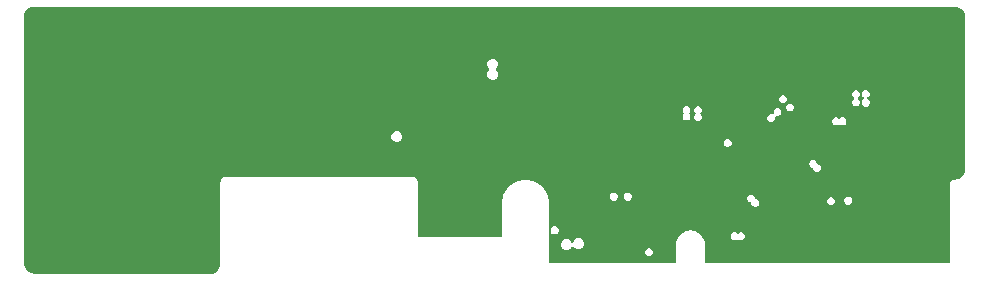
<source format=gbr>
G04*
G04 #@! TF.GenerationSoftware,Altium Limited,Altium Designer,24.2.2 (26)*
G04*
G04 Layer_Physical_Order=2*
G04 Layer_Color=36540*
%FSLAX25Y25*%
%MOIN*%
G70*
G04*
G04 #@! TF.SameCoordinates,DA759692-2FDC-47FD-B5D7-4F029464E4A9*
G04*
G04*
G04 #@! TF.FilePolarity,Positive*
G04*
G01*
G75*
%ADD55C,0.25000*%
%ADD56C,0.01600*%
G36*
X284498Y-306715D02*
X285115Y-306957D01*
X285672Y-307314D01*
X286149Y-307774D01*
X286526Y-308318D01*
X286791Y-308925D01*
X286932Y-309572D01*
X286938Y-309891D01*
X286938Y-360509D01*
X286938Y-360881D01*
X286793Y-361611D01*
X286508Y-362298D01*
X286095Y-362917D01*
X285569Y-363443D01*
X284950Y-363856D01*
X284263Y-364141D01*
X283533Y-364286D01*
X283161Y-364286D01*
X282693Y-364379D01*
X282296Y-364644D01*
X282296Y-364644D01*
X282031Y-365041D01*
X281938Y-365510D01*
X281938Y-391839D01*
X200222D01*
X200222Y-385874D01*
X200214Y-385834D01*
X200219Y-385794D01*
X200189Y-385332D01*
X200158Y-385215D01*
X200150Y-385095D01*
X199911Y-384202D01*
X199840Y-384059D01*
X199788Y-383907D01*
X199326Y-383107D01*
X199221Y-382987D01*
X199132Y-382854D01*
X198478Y-382200D01*
X198345Y-382111D01*
X198225Y-382006D01*
X197425Y-381544D01*
X197273Y-381492D01*
X197130Y-381421D01*
X196237Y-381182D01*
X196077Y-381172D01*
X195920Y-381140D01*
X194996D01*
X194839Y-381172D01*
X194679Y-381182D01*
X193787Y-381421D01*
X193643Y-381492D01*
X193492Y-381544D01*
X192692Y-382006D01*
X192571Y-382111D01*
X192438Y-382200D01*
X191785Y-382854D01*
X191696Y-382987D01*
X191590Y-383107D01*
X191128Y-383907D01*
X191077Y-384059D01*
X191006Y-384202D01*
X190767Y-385095D01*
X190759Y-385215D01*
X190728Y-385332D01*
X190697Y-385794D01*
X190703Y-385834D01*
X190695Y-385874D01*
Y-391839D01*
X148345D01*
Y-372198D01*
X148341Y-372176D01*
X148345Y-372155D01*
X148322Y-371496D01*
X148299Y-371399D01*
Y-371300D01*
X148043Y-370014D01*
X147997Y-369902D01*
X147973Y-369784D01*
X147472Y-368573D01*
X147405Y-368473D01*
X147359Y-368361D01*
X146630Y-367271D01*
X146545Y-367186D01*
X146478Y-367085D01*
X145551Y-366158D01*
X145450Y-366091D01*
X145365Y-366006D01*
X144275Y-365277D01*
X144163Y-365231D01*
X144063Y-365164D01*
X142852Y-364663D01*
X142733Y-364639D01*
X142622Y-364593D01*
X141336Y-364337D01*
X141215D01*
X141097Y-364314D01*
X139786D01*
X139668Y-364337D01*
X139547D01*
X138261Y-364593D01*
X138150Y-364639D01*
X138031Y-364663D01*
X136820Y-365164D01*
X136720Y-365231D01*
X136608Y-365277D01*
X135518Y-366006D01*
X135433Y-366091D01*
X135333Y-366158D01*
X134405Y-367085D01*
X134338Y-367186D01*
X134253Y-367271D01*
X133525Y-368361D01*
X133478Y-368473D01*
X133412Y-368573D01*
X132910Y-369784D01*
X132886Y-369902D01*
X132840Y-370014D01*
X132584Y-371300D01*
Y-371391D01*
X132562Y-371479D01*
X132530Y-372134D01*
X132534Y-372165D01*
X132528Y-372194D01*
Y-383366D01*
X104824D01*
X104471Y-383012D01*
X104480Y-365010D01*
X104468Y-364950D01*
X104474Y-364889D01*
X104464Y-364792D01*
X104412Y-364620D01*
X104377Y-364444D01*
X104302Y-364264D01*
X104302Y-364263D01*
X104179Y-364080D01*
X104037Y-363866D01*
X104037Y-363866D01*
X103899Y-363729D01*
X103899Y-363729D01*
X103899Y-363728D01*
X103502Y-363463D01*
X103502Y-363463D01*
X103502Y-363463D01*
X103322Y-363389D01*
X103145Y-363354D01*
X102973Y-363301D01*
X102876Y-363292D01*
X102815Y-363298D01*
X102756Y-363286D01*
X40512Y-363286D01*
X40452Y-363298D01*
X40392Y-363292D01*
X40294Y-363301D01*
X40122Y-363354D01*
X39946Y-363389D01*
X39766Y-363463D01*
X39766Y-363463D01*
X39369Y-363729D01*
X39231Y-363866D01*
X39231Y-363866D01*
X39099Y-364065D01*
X38966Y-364264D01*
X38966Y-364264D01*
X38891Y-364444D01*
X38856Y-364620D01*
X38804Y-364792D01*
X38794Y-364890D01*
X38800Y-364950D01*
X38788Y-365009D01*
X38788Y-391990D01*
X38788Y-392362D01*
X38643Y-393091D01*
X38359Y-393778D01*
X37945Y-394397D01*
X37419Y-394923D01*
X36801Y-395336D01*
X36113Y-395621D01*
X35384Y-395766D01*
X-22988D01*
X-23354Y-395733D01*
X-24166Y-395493D01*
X-24916Y-395099D01*
X-25575Y-394567D01*
X-26117Y-393917D01*
X-26522Y-393173D01*
X-26774Y-392364D01*
X-26863Y-391522D01*
X-26825Y-391100D01*
X-26831Y-391045D01*
X-26820Y-390990D01*
X-26820Y-309891D01*
X-26814Y-309572D01*
X-26673Y-308925D01*
X-26408Y-308318D01*
X-26030Y-307774D01*
X-25554Y-307315D01*
X-24996Y-306957D01*
X-24380Y-306715D01*
X-23729Y-306598D01*
X-23392Y-306604D01*
X-23391Y-306604D01*
X-23389Y-306604D01*
X-23370Y-306604D01*
X-23370Y-306604D01*
X283493Y-306604D01*
X283504Y-306602D01*
X283516Y-306604D01*
X283847Y-306597D01*
X284498Y-306715D01*
D02*
G37*
%LPC*%
G36*
X129860Y-323933D02*
X129144D01*
X128482Y-324207D01*
X127976Y-324714D01*
X127702Y-325375D01*
Y-326091D01*
X127976Y-326753D01*
X128361Y-327138D01*
X128437Y-327444D01*
X128361Y-327750D01*
X127976Y-328135D01*
X127702Y-328797D01*
Y-329513D01*
X127976Y-330174D01*
X128482Y-330680D01*
X129144Y-330955D01*
X129860D01*
X130522Y-330680D01*
X131028Y-330174D01*
X131302Y-329513D01*
Y-328797D01*
X131028Y-328135D01*
X130643Y-327750D01*
X130567Y-327444D01*
X130643Y-327138D01*
X131028Y-326753D01*
X131302Y-326091D01*
Y-325375D01*
X131028Y-324714D01*
X130522Y-324207D01*
X129860Y-323933D01*
D02*
G37*
G36*
X226564Y-336026D02*
X226047D01*
X225569Y-336224D01*
X225203Y-336590D01*
X225005Y-337068D01*
Y-337585D01*
X225203Y-338063D01*
X225569Y-338428D01*
X226047Y-338626D01*
X226564D01*
X227042Y-338428D01*
X227408Y-338063D01*
X227605Y-337585D01*
Y-337068D01*
X227408Y-336590D01*
X227042Y-336224D01*
X226564Y-336026D01*
D02*
G37*
G36*
X250855Y-334403D02*
X250338D01*
X249860Y-334601D01*
X249495Y-334967D01*
X249297Y-335444D01*
Y-335962D01*
X249495Y-336439D01*
X249860Y-336805D01*
X249873Y-336810D01*
Y-337352D01*
X249860Y-337357D01*
X249495Y-337723D01*
X249297Y-338200D01*
Y-338718D01*
X249495Y-339195D01*
X249860Y-339561D01*
X250338Y-339759D01*
X250855D01*
X251333Y-339561D01*
X251699Y-339195D01*
X251897Y-338718D01*
Y-338200D01*
X251699Y-337723D01*
X251333Y-337357D01*
X251320Y-337352D01*
Y-336810D01*
X251333Y-336805D01*
X251699Y-336439D01*
X251897Y-335962D01*
Y-335444D01*
X251699Y-334967D01*
X251333Y-334601D01*
X250855Y-334403D01*
D02*
G37*
G36*
X254082Y-334319D02*
X253565D01*
X253087Y-334517D01*
X252721Y-334883D01*
X252523Y-335361D01*
Y-335878D01*
X252721Y-336356D01*
X253087Y-336722D01*
X253339Y-336826D01*
Y-337367D01*
X253147Y-337447D01*
X252782Y-337812D01*
X252584Y-338290D01*
Y-338807D01*
X252782Y-339285D01*
X253147Y-339651D01*
X253625Y-339849D01*
X254142D01*
X254620Y-339651D01*
X254986Y-339285D01*
X255184Y-338807D01*
Y-338290D01*
X254986Y-337812D01*
X254620Y-337447D01*
X254368Y-337342D01*
Y-336801D01*
X254560Y-336722D01*
X254925Y-336356D01*
X255123Y-335878D01*
Y-335361D01*
X254925Y-334883D01*
X254560Y-334517D01*
X254082Y-334319D01*
D02*
G37*
G36*
X228826Y-338881D02*
X228309D01*
X227831Y-339079D01*
X227465Y-339445D01*
X227267Y-339923D01*
Y-340440D01*
X227465Y-340918D01*
X227831Y-341283D01*
X228309Y-341481D01*
X228826D01*
X229303Y-341283D01*
X229669Y-340918D01*
X229867Y-340440D01*
Y-339923D01*
X229669Y-339445D01*
X229303Y-339079D01*
X228826Y-338881D01*
D02*
G37*
G36*
X224702Y-340370D02*
X224185D01*
X223707Y-340568D01*
X223342Y-340934D01*
X223144Y-341411D01*
Y-341929D01*
X223223Y-342120D01*
X222840Y-342503D01*
X222580Y-342395D01*
X222062D01*
X221585Y-342593D01*
X221219Y-342959D01*
X221021Y-343436D01*
Y-343953D01*
X221219Y-344431D01*
X221585Y-344797D01*
X222062Y-344995D01*
X222580D01*
X223057Y-344797D01*
X223423Y-344431D01*
X223621Y-343953D01*
Y-343436D01*
X223542Y-343245D01*
X223924Y-342862D01*
X224185Y-342970D01*
X224702D01*
X225180Y-342772D01*
X225546Y-342407D01*
X225744Y-341929D01*
Y-341411D01*
X225546Y-340934D01*
X225180Y-340568D01*
X224702Y-340370D01*
D02*
G37*
G36*
X246393Y-343464D02*
X245876D01*
X245398Y-343662D01*
X245085Y-343976D01*
X244771Y-343662D01*
X244293Y-343464D01*
X243776D01*
X243298Y-343662D01*
X242933Y-344028D01*
X242735Y-344506D01*
Y-345023D01*
X242933Y-345501D01*
X243298Y-345866D01*
X243776Y-346064D01*
X244293D01*
X244771Y-345866D01*
X245085Y-345553D01*
X245398Y-345866D01*
X245876Y-346064D01*
X246393D01*
X246871Y-345866D01*
X247237Y-345501D01*
X247435Y-345023D01*
Y-344506D01*
X247237Y-344028D01*
X246871Y-343662D01*
X246393Y-343464D01*
D02*
G37*
G36*
X194367Y-339686D02*
X193850D01*
X193372Y-339884D01*
X193006Y-340250D01*
X192808Y-340728D01*
Y-341245D01*
X193006Y-341723D01*
X193359Y-342075D01*
X192997Y-342437D01*
X192799Y-342915D01*
Y-343432D01*
X192997Y-343910D01*
X193363Y-344276D01*
X193841Y-344474D01*
X194358D01*
X194836Y-344276D01*
X195201Y-343910D01*
X195399Y-343432D01*
Y-342915D01*
X195201Y-342437D01*
X194849Y-342085D01*
X195211Y-341723D01*
X195408Y-341245D01*
Y-340728D01*
X195211Y-340250D01*
X194845Y-339884D01*
X194367Y-339686D01*
D02*
G37*
G36*
X198152D02*
X197635D01*
X197157Y-339884D01*
X196792Y-340250D01*
X196593Y-340728D01*
Y-341245D01*
X196792Y-341723D01*
X196856Y-341788D01*
X197135Y-342114D01*
X196856Y-342441D01*
X196792Y-342506D01*
X196593Y-342983D01*
Y-343500D01*
X196792Y-343978D01*
X197157Y-344344D01*
X197635Y-344542D01*
X198152D01*
X198630Y-344344D01*
X198996Y-343978D01*
X199194Y-343500D01*
Y-342983D01*
X198996Y-342506D01*
X198931Y-342441D01*
X198652Y-342114D01*
X198931Y-341788D01*
X198996Y-341723D01*
X199194Y-341245D01*
Y-340728D01*
X198996Y-340250D01*
X198630Y-339884D01*
X198152Y-339686D01*
D02*
G37*
G36*
X97944Y-348095D02*
X97228D01*
X96566Y-348369D01*
X96060Y-348875D01*
X95786Y-349536D01*
Y-350253D01*
X96060Y-350914D01*
X96566Y-351420D01*
X97228Y-351694D01*
X97944D01*
X98605Y-351420D01*
X99112Y-350914D01*
X99386Y-350253D01*
Y-349536D01*
X99112Y-348875D01*
X98605Y-348369D01*
X97944Y-348095D01*
D02*
G37*
G36*
X208095Y-350704D02*
X207577D01*
X207100Y-350902D01*
X206734Y-351268D01*
X206536Y-351745D01*
Y-352263D01*
X206734Y-352740D01*
X207100Y-353106D01*
X207577Y-353304D01*
X208095D01*
X208572Y-353106D01*
X208938Y-352740D01*
X209136Y-352263D01*
Y-351745D01*
X208938Y-351268D01*
X208572Y-350902D01*
X208095Y-350704D01*
D02*
G37*
G36*
X236485Y-357606D02*
X235968D01*
X235490Y-357804D01*
X235124Y-358170D01*
X234927Y-358647D01*
Y-359164D01*
X235124Y-359642D01*
X235490Y-360008D01*
X235968Y-360206D01*
X236411D01*
Y-360649D01*
X236609Y-361127D01*
X236975Y-361493D01*
X237453Y-361691D01*
X237970D01*
X238448Y-361493D01*
X238814Y-361127D01*
X239012Y-360649D01*
Y-360132D01*
X238814Y-359654D01*
X238448Y-359289D01*
X237970Y-359091D01*
X237526D01*
Y-358647D01*
X237329Y-358170D01*
X236963Y-357804D01*
X236485Y-357606D01*
D02*
G37*
G36*
X174807Y-368582D02*
X174290D01*
X173812Y-368780D01*
X173446Y-369145D01*
X173248Y-369623D01*
Y-370140D01*
X173446Y-370618D01*
X173812Y-370984D01*
X174290Y-371182D01*
X174807D01*
X175285Y-370984D01*
X175650Y-370618D01*
X175848Y-370140D01*
Y-369623D01*
X175650Y-369145D01*
X175285Y-368780D01*
X174807Y-368582D01*
D02*
G37*
G36*
X170125D02*
X169607D01*
X169130Y-368780D01*
X168764Y-369145D01*
X168566Y-369623D01*
Y-370140D01*
X168764Y-370618D01*
X169130Y-370984D01*
X169607Y-371182D01*
X170125D01*
X170602Y-370984D01*
X170968Y-370618D01*
X171166Y-370140D01*
Y-369623D01*
X170968Y-369145D01*
X170602Y-368780D01*
X170125Y-368582D01*
D02*
G37*
G36*
X248296Y-369924D02*
X247779D01*
X247301Y-370122D01*
X246936Y-370488D01*
X246738Y-370965D01*
Y-371483D01*
X246936Y-371960D01*
X247301Y-372326D01*
X247779Y-372524D01*
X248296D01*
X248774Y-372326D01*
X249140Y-371960D01*
X249338Y-371483D01*
Y-370965D01*
X249140Y-370488D01*
X248774Y-370122D01*
X248296Y-369924D01*
D02*
G37*
G36*
X242504Y-370107D02*
X241986D01*
X241509Y-370305D01*
X241143Y-370670D01*
X240945Y-371148D01*
Y-371665D01*
X241143Y-372143D01*
X241509Y-372509D01*
X241986Y-372707D01*
X242504D01*
X242981Y-372509D01*
X243347Y-372143D01*
X243545Y-371665D01*
Y-371148D01*
X243347Y-370670D01*
X242981Y-370305D01*
X242504Y-370107D01*
D02*
G37*
G36*
X215859Y-369195D02*
X215341D01*
X214863Y-369393D01*
X214498Y-369759D01*
X214300Y-370237D01*
Y-370754D01*
X214498Y-371232D01*
X214863Y-371598D01*
X215341Y-371795D01*
X215785D01*
Y-372239D01*
X215983Y-372717D01*
X216348Y-373082D01*
X216826Y-373280D01*
X217343D01*
X217821Y-373082D01*
X218187Y-372717D01*
X218385Y-372239D01*
Y-371722D01*
X218187Y-371244D01*
X217821Y-370878D01*
X217343Y-370680D01*
X216900D01*
Y-370237D01*
X216702Y-369759D01*
X216336Y-369393D01*
X215859Y-369195D01*
D02*
G37*
G36*
X212513Y-381771D02*
X211996D01*
X211518Y-381969D01*
X211205Y-382282D01*
X210891Y-381969D01*
X210413Y-381771D01*
X209896D01*
X209418Y-381969D01*
X209052Y-382334D01*
X208855Y-382812D01*
Y-383329D01*
X209052Y-383807D01*
X209418Y-384173D01*
X209896Y-384371D01*
X210413D01*
X210891Y-384173D01*
X211205Y-383859D01*
X211518Y-384173D01*
X211996Y-384371D01*
X212513D01*
X212991Y-384173D01*
X213357Y-383807D01*
X213555Y-383329D01*
Y-382812D01*
X213357Y-382334D01*
X212991Y-381969D01*
X212513Y-381771D01*
D02*
G37*
G36*
X150440Y-379802D02*
X149923D01*
X149445Y-380000D01*
X149079Y-380366D01*
X148881Y-380844D01*
Y-381361D01*
X149079Y-381839D01*
X149445Y-382204D01*
X149923Y-382402D01*
X150440D01*
X150917Y-382204D01*
X151283Y-381839D01*
X151481Y-381361D01*
Y-380844D01*
X151283Y-380366D01*
X150917Y-380000D01*
X150440Y-379802D01*
D02*
G37*
G36*
X158465Y-383818D02*
X157749D01*
X157088Y-384092D01*
X156581Y-384598D01*
X156330Y-385204D01*
X156140Y-385258D01*
X155810Y-385254D01*
X155644Y-384854D01*
X155138Y-384348D01*
X154476Y-384074D01*
X153760D01*
X153098Y-384348D01*
X152592Y-384854D01*
X152318Y-385516D01*
Y-386232D01*
X152592Y-386893D01*
X153098Y-387400D01*
X153760Y-387674D01*
X154476D01*
X155138Y-387400D01*
X155644Y-386893D01*
X155895Y-386287D01*
X156086Y-386234D01*
X156416Y-386238D01*
X156581Y-386637D01*
X157088Y-387144D01*
X157749Y-387418D01*
X158465D01*
X159127Y-387144D01*
X159633Y-386637D01*
X159907Y-385976D01*
Y-385260D01*
X159633Y-384598D01*
X159127Y-384092D01*
X158465Y-383818D01*
D02*
G37*
G36*
X181936Y-387072D02*
X181419D01*
X180941Y-387269D01*
X180575Y-387635D01*
X180377Y-388113D01*
Y-388630D01*
X180575Y-389108D01*
X180941Y-389474D01*
X181419Y-389672D01*
X181936D01*
X182413Y-389474D01*
X182779Y-389108D01*
X182977Y-388630D01*
Y-388113D01*
X182779Y-387635D01*
X182413Y-387269D01*
X181936Y-387072D01*
D02*
G37*
%LPD*%
D55*
X1502Y-376772D02*
D03*
D56*
X214408Y-381647D02*
D03*
X208010Y-381678D02*
D03*
X217895Y-374147D02*
D03*
X213419Y-369754D02*
D03*
X233892Y-358371D02*
D03*
X238644Y-362404D02*
D03*
X241987Y-345882D02*
D03*
X248396Y-345374D02*
D03*
X230321Y-334718D02*
D03*
X236227Y-334851D02*
D03*
X242120Y-334345D02*
D03*
X247965Y-335081D02*
D03*
X278702Y-366535D02*
D03*
X283858Y-356781D02*
D03*
Y-347332D02*
D03*
Y-340181D02*
D03*
Y-331443D02*
D03*
Y-323116D02*
D03*
Y-316412D02*
D03*
X280102Y-309128D02*
D03*
X269691Y-309126D02*
D03*
X197894Y-309533D02*
D03*
X207154D02*
D03*
X188151Y-309449D02*
D03*
X153718Y-309128D02*
D03*
X162979D02*
D03*
X181982Y-309213D02*
D03*
X172722D02*
D03*
X92913Y-309964D02*
D03*
X102174D02*
D03*
X121177Y-310049D02*
D03*
X111916D02*
D03*
X58661Y-309964D02*
D03*
X67922D02*
D03*
X86925Y-310049D02*
D03*
X77664D02*
D03*
X21672Y-309964D02*
D03*
X30932D02*
D03*
X49935Y-310049D02*
D03*
X40675D02*
D03*
X4096Y-309964D02*
D03*
X13356D02*
D03*
X-5647Y-309880D02*
D03*
X-14907D02*
D03*
X-23459Y-324100D02*
D03*
Y-309927D02*
D03*
X-23375Y-316620D02*
D03*
Y-355118D02*
D03*
X-23459Y-348425D02*
D03*
Y-334252D02*
D03*
X-23375Y-340945D02*
D03*
Y-369291D02*
D03*
X-23459Y-362598D02*
D03*
Y-376772D02*
D03*
X-23375Y-383465D02*
D03*
X148415Y-364619D02*
D03*
X139747Y-362811D02*
D03*
X131888Y-364073D02*
D03*
X129502Y-370866D02*
D03*
X121872Y-372278D02*
D03*
X114819Y-371711D02*
D03*
X108314Y-369882D02*
D03*
X107573Y-364073D02*
D03*
X88583Y-359842D02*
D03*
X78347D02*
D03*
X70866Y-359922D02*
D03*
X62205D02*
D03*
X52362Y-359922D02*
D03*
X44094D02*
D03*
X36220Y-362826D02*
D03*
Y-370866D02*
D03*
Y-377953D02*
D03*
Y-385827D02*
D03*
X33071Y-393701D02*
D03*
X24666D02*
D03*
X18202D02*
D03*
X9963D02*
D03*
X1077D02*
D03*
X-6985D02*
D03*
X-14628D02*
D03*
X-21654D02*
D03*
X196019Y-316412D02*
D03*
X187917Y-324418D02*
D03*
X183222Y-324410D02*
D03*
X179140Y-324418D02*
D03*
X175234Y-324410D02*
D03*
X170849Y-329155D02*
D03*
X164467Y-330481D02*
D03*
Y-353853D02*
D03*
X169866Y-354297D02*
D03*
X175234Y-360746D02*
D03*
X180277Y-361283D02*
D03*
X184601Y-360970D02*
D03*
X187917Y-361283D02*
D03*
X193609Y-364196D02*
D03*
X196850Y-364157D02*
D03*
X280105Y-387703D02*
D03*
X276250Y-387546D02*
D03*
X268291Y-387664D02*
D03*
X264212Y-387703D02*
D03*
X260356Y-387664D02*
D03*
X256480Y-388097D02*
D03*
X252467D02*
D03*
X248396D02*
D03*
X244496Y-388293D02*
D03*
X240754D02*
D03*
X236751D02*
D03*
X232858Y-388372D02*
D03*
X224984Y-388844D02*
D03*
X214573D02*
D03*
X204531D02*
D03*
X173803Y-388372D02*
D03*
X162081D02*
D03*
X122501Y-350503D02*
D03*
X127934Y-348051D02*
D03*
X150181Y-322441D02*
D03*
Y-318456D02*
D03*
X147366Y-314125D02*
D03*
Y-310630D02*
D03*
X107573Y-318456D02*
D03*
Y-314125D02*
D03*
X106833Y-327863D02*
D03*
Y-323543D02*
D03*
X117158Y-332601D02*
D03*
X94488Y-339064D02*
D03*
X269035Y-328316D02*
D03*
Y-325085D02*
D03*
Y-322132D02*
D03*
X205674Y-329269D02*
D03*
Y-325733D02*
D03*
Y-322132D02*
D03*
M02*

</source>
